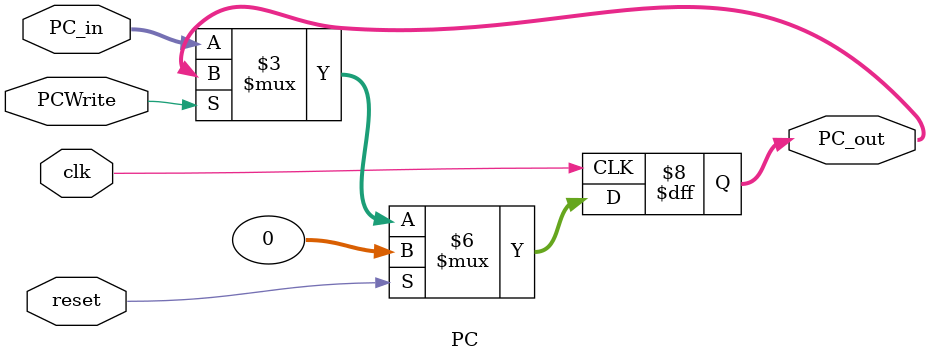
<source format=v>
`timescale 1ns / 1ps


module PC(
    input               clk, reset,
    input               PCWrite,
    input        [31:0] PC_in,
    output reg   [31:0] PC_out);
    
    always @(posedge clk) begin
        if(reset)         PC_out <= 31'b0;
        else if(PCWrite)  PC_out <= PC_out;
        else              PC_out <= PC_in;
    end

endmodule

</source>
